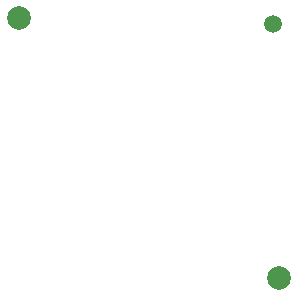
<source format=gbr>
%TF.GenerationSoftware,KiCad,Pcbnew,(5.0.2-5)-5*%
%TF.CreationDate,2019-09-23T09:23:43+03:00*%
%TF.ProjectId,digi_pot,64696769-5f70-46f7-942e-6b696361645f,rev?*%
%TF.SameCoordinates,Original*%
%TF.FileFunction,NonPlated,1,2,NPTH,Drill*%
%TF.FilePolarity,Positive*%
%FSLAX46Y46*%
G04 Gerber Fmt 4.6, Leading zero omitted, Abs format (unit mm)*
G04 Created by KiCad (PCBNEW (5.0.2-5)-5) date 2019 September 23, Monday 09:23:43*
%MOMM*%
%LPD*%
G01*
G04 APERTURE LIST*
%TA.AperFunction,ComponentDrill*%
%ADD10C,1.500000*%
%TD*%
%TA.AperFunction,ComponentDrill*%
%ADD11C,2.000000*%
%TD*%
G04 APERTURE END LIST*
D10*
%TO.C,J1*%
X159088400Y-82209600D03*
D11*
X137588400Y-81709600D03*
X159588400Y-103709600D03*
M02*

</source>
